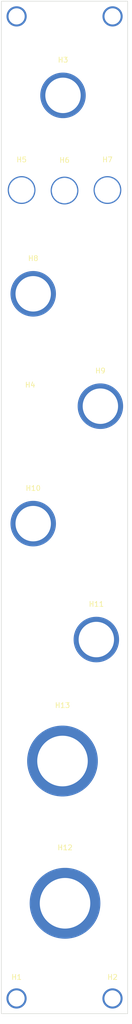
<source format=kicad_pcb>
(kicad_pcb (version 20171130) (host pcbnew "(5.1.5)-3")

  (general
    (thickness 1.6)
    (drawings 4)
    (tracks 0)
    (zones 0)
    (modules 13)
    (nets 2)
  )

  (page A4)
  (layers
    (0 F.Cu signal)
    (31 B.Cu signal)
    (32 B.Adhes user)
    (33 F.Adhes user)
    (34 B.Paste user)
    (35 F.Paste user)
    (36 B.SilkS user)
    (37 F.SilkS user)
    (38 B.Mask user)
    (39 F.Mask user)
    (40 Dwgs.User user)
    (41 Cmts.User user)
    (42 Eco1.User user)
    (43 Eco2.User user)
    (44 Edge.Cuts user)
    (45 Margin user)
    (46 B.CrtYd user)
    (47 F.CrtYd user)
    (48 B.Fab user)
    (49 F.Fab user)
  )

  (setup
    (last_trace_width 0.25)
    (trace_clearance 0.2)
    (zone_clearance 0.508)
    (zone_45_only no)
    (trace_min 0.2)
    (via_size 0.8)
    (via_drill 0.4)
    (via_min_size 0.4)
    (via_min_drill 0.3)
    (uvia_size 0.3)
    (uvia_drill 0.1)
    (uvias_allowed no)
    (uvia_min_size 0.2)
    (uvia_min_drill 0.1)
    (edge_width 0.1)
    (segment_width 0.2)
    (pcb_text_width 0.3)
    (pcb_text_size 1.5 1.5)
    (mod_edge_width 0.15)
    (mod_text_size 1 1)
    (mod_text_width 0.15)
    (pad_size 1.524 1.524)
    (pad_drill 0.762)
    (pad_to_mask_clearance 0)
    (aux_axis_origin 16.1 207.6)
    (grid_origin 16.1 207.6)
    (visible_elements FFFFFF7F)
    (pcbplotparams
      (layerselection 0x010fc_ffffffff)
      (usegerberextensions false)
      (usegerberattributes false)
      (usegerberadvancedattributes false)
      (creategerberjobfile false)
      (excludeedgelayer true)
      (linewidth 0.100000)
      (plotframeref false)
      (viasonmask false)
      (mode 1)
      (useauxorigin false)
      (hpglpennumber 1)
      (hpglpenspeed 20)
      (hpglpendiameter 15.000000)
      (psnegative false)
      (psa4output false)
      (plotreference true)
      (plotvalue true)
      (plotinvisibletext false)
      (padsonsilk false)
      (subtractmaskfromsilk false)
      (outputformat 1)
      (mirror false)
      (drillshape 1)
      (scaleselection 1)
      (outputdirectory ""))
  )

  (net 0 "")
  (net 1 GND)

  (net_class Default "Ceci est la Netclass par défaut."
    (clearance 0.2)
    (trace_width 0.25)
    (via_dia 0.8)
    (via_drill 0.4)
    (uvia_dia 0.3)
    (uvia_drill 0.1)
    (add_net GND)
  )

  (module Kosmo_panel:Kosmo_Jack_Hole (layer F.Cu) (tedit 5EC122B4) (tstamp 5F0B65E0)
    (at 28.2 157.7)
    (descr "Mounting Hole 6mm")
    (tags "mounting hole 6mm")
    (path /5F0CCB87)
    (attr virtual)
    (fp_text reference H13 (at 0 -11) (layer F.SilkS)
      (effects (font (size 1 1) (thickness 0.15)))
    )
    (fp_text value Jack_Hole (at 0 11) (layer F.Fab)
      (effects (font (size 1 1) (thickness 0.15)))
    )
    (fp_circle (center 0 0) (end 10 0) (layer F.CrtYd) (width 0.05))
    (fp_circle (center 0 0) (end 9.5 0) (layer Cmts.User) (width 0.15))
    (fp_text user %R (at 0.3 0) (layer F.Fab)
      (effects (font (size 1 1) (thickness 0.15)))
    )
    (pad 1 thru_hole circle (at 0 0) (size 14 14) (drill 10) (layers *.Cu *.Mask)
      (net 1 GND))
  )

  (module Kosmo_panel:Kosmo_Jack_Hole (layer F.Cu) (tedit 5EC122B4) (tstamp 5F0B65D8)
    (at 28.7 185.8)
    (descr "Mounting Hole 6mm")
    (tags "mounting hole 6mm")
    (path /5F0BCD70)
    (attr virtual)
    (fp_text reference H12 (at 0 -11) (layer F.SilkS)
      (effects (font (size 1 1) (thickness 0.15)))
    )
    (fp_text value Jack_Hole (at 0 11) (layer F.Fab)
      (effects (font (size 1 1) (thickness 0.15)))
    )
    (fp_circle (center 0 0) (end 10 0) (layer F.CrtYd) (width 0.05))
    (fp_circle (center 0 0) (end 9.5 0) (layer Cmts.User) (width 0.15))
    (fp_text user %R (at 0.3 0) (layer F.Fab)
      (effects (font (size 1 1) (thickness 0.15)))
    )
    (pad 1 thru_hole circle (at 0 0) (size 14 14) (drill 10) (layers *.Cu *.Mask)
      (net 1 GND))
  )

  (module Kosmo_panel:Kosmo_Pot_Hole (layer F.Cu) (tedit 5EC0A7AC) (tstamp 5F0B65D0)
    (at 34.9 133.7)
    (descr "Mounting Hole 6mm")
    (tags "mounting hole 6mm")
    (path /5F0C91A3)
    (attr virtual)
    (fp_text reference H11 (at 0 -7) (layer F.SilkS)
      (effects (font (size 1 1) (thickness 0.15)))
    )
    (fp_text value Pot_Hole (at 0 7) (layer F.Fab)
      (effects (font (size 1 1) (thickness 0.15)))
    )
    (fp_circle (center 0 0) (end 6.25 0) (layer F.CrtYd) (width 0.05))
    (fp_circle (center 0 0) (end 6 0) (layer Cmts.User) (width 0.15))
    (fp_text user %R (at 0.3 0) (layer F.Fab)
      (effects (font (size 1 1) (thickness 0.15)))
    )
    (pad 1 thru_hole circle (at 0 0) (size 9 9) (drill 7) (layers *.Cu *.Mask)
      (net 1 GND))
  )

  (module Kosmo_panel:Kosmo_Pot_Hole (layer F.Cu) (tedit 5EC0A7AC) (tstamp 5F0B65C8)
    (at 22.4 110.8)
    (descr "Mounting Hole 6mm")
    (tags "mounting hole 6mm")
    (path /5F0C7411)
    (attr virtual)
    (fp_text reference H10 (at 0 -7) (layer F.SilkS)
      (effects (font (size 1 1) (thickness 0.15)))
    )
    (fp_text value Pot_Hole (at 0 7) (layer F.Fab)
      (effects (font (size 1 1) (thickness 0.15)))
    )
    (fp_circle (center 0 0) (end 6.25 0) (layer F.CrtYd) (width 0.05))
    (fp_circle (center 0 0) (end 6 0) (layer Cmts.User) (width 0.15))
    (fp_text user %R (at 0.3 0) (layer F.Fab)
      (effects (font (size 1 1) (thickness 0.15)))
    )
    (pad 1 thru_hole circle (at 0 0) (size 9 9) (drill 7) (layers *.Cu *.Mask)
      (net 1 GND))
  )

  (module Kosmo_panel:Kosmo_Pot_Hole (layer F.Cu) (tedit 5EC0A7AC) (tstamp 5F0B65C0)
    (at 35.7 87.6)
    (descr "Mounting Hole 6mm")
    (tags "mounting hole 6mm")
    (path /5F0C9197)
    (attr virtual)
    (fp_text reference H9 (at 0 -7) (layer F.SilkS)
      (effects (font (size 1 1) (thickness 0.15)))
    )
    (fp_text value Pot_Hole (at 0 7) (layer F.Fab)
      (effects (font (size 1 1) (thickness 0.15)))
    )
    (fp_circle (center 0 0) (end 6.25 0) (layer F.CrtYd) (width 0.05))
    (fp_circle (center 0 0) (end 6 0) (layer Cmts.User) (width 0.15))
    (fp_text user %R (at 0.3 0) (layer F.Fab)
      (effects (font (size 1 1) (thickness 0.15)))
    )
    (pad 1 thru_hole circle (at 0 0) (size 9 9) (drill 7) (layers *.Cu *.Mask)
      (net 1 GND))
  )

  (module Kosmo_panel:Kosmo_Pot_Hole (layer F.Cu) (tedit 5EC0A7AC) (tstamp 5F0B65B8)
    (at 22.4 65.4)
    (descr "Mounting Hole 6mm")
    (tags "mounting hole 6mm")
    (path /5F0BE8D9)
    (attr virtual)
    (fp_text reference H8 (at 0 -7) (layer F.SilkS)
      (effects (font (size 1 1) (thickness 0.15)))
    )
    (fp_text value Pot_Hole (at 0 7) (layer F.Fab)
      (effects (font (size 1 1) (thickness 0.15)))
    )
    (fp_circle (center 0 0) (end 6.25 0) (layer F.CrtYd) (width 0.05))
    (fp_circle (center 0 0) (end 6 0) (layer Cmts.User) (width 0.15))
    (fp_text user %R (at 0.3 0) (layer F.Fab)
      (effects (font (size 1 1) (thickness 0.15)))
    )
    (pad 1 thru_hole circle (at 0 0) (size 9 9) (drill 7) (layers *.Cu *.Mask)
      (net 1 GND))
  )

  (module Kosmo_panel:Kosmo_LED_Hole (layer F.Cu) (tedit 5EC1235A) (tstamp 5F0B65B0)
    (at 37.1 44.9)
    (descr "Mounting Hole 6mm")
    (tags "mounting hole 6mm")
    (path /5F0CDC08)
    (attr virtual)
    (fp_text reference H7 (at 0 -6) (layer F.SilkS)
      (effects (font (size 1 1) (thickness 0.15)))
    )
    (fp_text value Led_Hole (at 0 6) (layer F.Fab)
      (effects (font (size 1 1) (thickness 0.15)))
    )
    (fp_circle (center 0 0) (end 4.25 0) (layer F.CrtYd) (width 0.05))
    (fp_circle (center 0 0) (end 4 0) (layer Cmts.User) (width 0.15))
    (fp_text user %R (at 0.3 0) (layer F.Fab)
      (effects (font (size 1 1) (thickness 0.15)))
    )
    (pad 1 thru_hole circle (at 0 0) (size 5.5 5.5) (drill 5) (layers *.Cu *.Mask))
  )

  (module Kosmo_panel:Kosmo_LED_Hole (layer F.Cu) (tedit 5EC1235A) (tstamp 5F0B65A8)
    (at 28.6 45)
    (descr "Mounting Hole 6mm")
    (tags "mounting hole 6mm")
    (path /5F0CD82B)
    (attr virtual)
    (fp_text reference H6 (at 0 -6) (layer F.SilkS)
      (effects (font (size 1 1) (thickness 0.15)))
    )
    (fp_text value Led_Hole (at 0 6) (layer F.Fab)
      (effects (font (size 1 1) (thickness 0.15)))
    )
    (fp_circle (center 0 0) (end 4.25 0) (layer F.CrtYd) (width 0.05))
    (fp_circle (center 0 0) (end 4 0) (layer Cmts.User) (width 0.15))
    (fp_text user %R (at 0.3 0) (layer F.Fab)
      (effects (font (size 1 1) (thickness 0.15)))
    )
    (pad 1 thru_hole circle (at 0 0) (size 5.5 5.5) (drill 5) (layers *.Cu *.Mask))
  )

  (module Kosmo_panel:Kosmo_LED_Hole (layer F.Cu) (tedit 5EC1235A) (tstamp 5F0B677B)
    (at 20.1 44.9)
    (descr "Mounting Hole 6mm")
    (tags "mounting hole 6mm")
    (path /5F0BD9D5)
    (attr virtual)
    (fp_text reference H5 (at 0 -6) (layer F.SilkS)
      (effects (font (size 1 1) (thickness 0.15)))
    )
    (fp_text value Led_Hole (at 0 6) (layer F.Fab)
      (effects (font (size 1 1) (thickness 0.15)))
    )
    (fp_circle (center 0 0) (end 4.25 0) (layer F.CrtYd) (width 0.05))
    (fp_circle (center 0 0) (end 4 0) (layer Cmts.User) (width 0.15))
    (fp_text user %R (at 0.3 0) (layer F.Fab)
      (effects (font (size 1 1) (thickness 0.15)))
    )
    (pad 1 thru_hole circle (at 0 0) (size 5.5 5.5) (drill 5) (layers *.Cu *.Mask))
  )

  (module Kosmo_panel:Kosmo_Trimmer_Pot_Hole (layer F.Cu) (tedit 5EC12334) (tstamp 5F0B6598)
    (at 21.8 86.9)
    (descr "Mounting Hole 2.5mm, no annular")
    (tags "mounting hole 2.5mm no annular")
    (path /5F0BFE6D)
    (attr virtual)
    (fp_text reference H4 (at 0 -3.5) (layer F.SilkS)
      (effects (font (size 1 1) (thickness 0.15)))
    )
    (fp_text value Trimmer_Hole (at 0 3.5) (layer F.Fab)
      (effects (font (size 1 1) (thickness 0.15)))
    )
    (fp_circle (center 0 0) (end 2.25 0) (layer F.CrtYd) (width 0.05))
    (fp_circle (center 0 0) (end 2 0) (layer Cmts.User) (width 0.15))
    (fp_text user %R (at 0.3 0) (layer F.Fab)
      (effects (font (size 1 1) (thickness 0.15)))
    )
    (pad "" np_thru_hole circle (at 0 0) (size 2.5 2.5) (drill 2.5) (layers *.Cu *.Mask))
  )

  (module Kosmo_panel:Kosmo_Switch_Hole (layer F.Cu) (tedit 5EC0A7AC) (tstamp 5F0B6590)
    (at 28.3 26.2)
    (descr "Mounting Hole 6mm")
    (tags "mounting hole 6mm")
    (path /5F0BF34F)
    (attr virtual)
    (fp_text reference H3 (at 0 -7) (layer F.SilkS)
      (effects (font (size 1 1) (thickness 0.15)))
    )
    (fp_text value Switch_Hole (at 0 7) (layer F.Fab)
      (effects (font (size 1 1) (thickness 0.15)))
    )
    (fp_circle (center 0 0) (end 6.25 0) (layer F.CrtYd) (width 0.05))
    (fp_circle (center 0 0) (end 6 0) (layer Cmts.User) (width 0.15))
    (fp_text user %R (at 0.3 0) (layer F.Fab)
      (effects (font (size 1 1) (thickness 0.15)))
    )
    (pad 1 thru_hole circle (at 0 0) (size 9 9) (drill 7) (layers *.Cu *.Mask)
      (net 1 GND))
  )

  (module Kosmo_panel:Kosmo_Panel_Dual_Mounting_Holes locked (layer F.Cu) (tedit 5F0B1028) (tstamp 5F0B6588)
    (at 38.1 204.6)
    (descr "Mounting Hole 3.2mm, M3")
    (tags "mounting hole 3.2mm m3")
    (path /5F0B8330)
    (attr virtual)
    (fp_text reference H2 (at 0 -4.2) (layer F.SilkS)
      (effects (font (size 1 1) (thickness 0.15)))
    )
    (fp_text value Panel (at 0 4.2) (layer F.Fab)
      (effects (font (size 1 1) (thickness 0.15)))
    )
    (fp_circle (center 0.0254 -193.9671) (end 3.2754 -193.9671) (layer F.CrtYd) (width 0.05))
    (fp_circle (center 0.0254 -193.9671) (end 3.0254 -193.9671) (layer Cmts.User) (width 0.15))
    (fp_text user %R (at 0.3127 -193.8782) (layer F.Fab)
      (effects (font (size 1 1) (thickness 0.15)))
    )
    (fp_text user %R (at 0.3 0) (layer F.Fab)
      (effects (font (size 1 1) (thickness 0.15)))
    )
    (fp_circle (center 0 0) (end 3 0) (layer Cmts.User) (width 0.15))
    (fp_circle (center 0 0) (end 3.25 0) (layer F.CrtYd) (width 0.05))
    (pad 1 thru_hole circle (at 0.0127 -194.0052) (size 4 4) (drill 3.2) (layers *.Cu *.Mask)
      (net 1 GND))
    (pad 1 thru_hole circle (at 0 0) (size 4 4) (drill 3.2) (layers *.Cu *.Mask)
      (net 1 GND))
  )

  (module Kosmo_panel:Kosmo_Panel_Dual_Mounting_Holes locked (layer F.Cu) (tedit 5F0B1028) (tstamp 5F0B670C)
    (at 19.1 204.6)
    (descr "Mounting Hole 3.2mm, M3")
    (tags "mounting hole 3.2mm m3")
    (path /5F0B50B1)
    (attr virtual)
    (fp_text reference H1 (at 0 -4.2) (layer F.SilkS)
      (effects (font (size 1 1) (thickness 0.15)))
    )
    (fp_text value Panel (at 0 4.2) (layer F.Fab)
      (effects (font (size 1 1) (thickness 0.15)))
    )
    (fp_circle (center 0.0254 -193.9671) (end 3.2754 -193.9671) (layer F.CrtYd) (width 0.05))
    (fp_circle (center 0.0254 -193.9671) (end 3.0254 -193.9671) (layer Cmts.User) (width 0.15))
    (fp_text user %R (at 0.3127 -193.8782) (layer F.Fab)
      (effects (font (size 1 1) (thickness 0.15)))
    )
    (fp_text user %R (at 0.3 0) (layer F.Fab)
      (effects (font (size 1 1) (thickness 0.15)))
    )
    (fp_circle (center 0 0) (end 3 0) (layer Cmts.User) (width 0.15))
    (fp_circle (center 0 0) (end 3.25 0) (layer F.CrtYd) (width 0.05))
    (pad 1 thru_hole circle (at 0.0127 -194.0052) (size 4 4) (drill 3.2) (layers *.Cu *.Mask)
      (net 1 GND))
    (pad 1 thru_hole circle (at 0 0) (size 4 4) (drill 3.2) (layers *.Cu *.Mask)
      (net 1 GND))
  )

  (gr_line (start 41.1 7.6) (end 16.1 7.6) (layer Edge.Cuts) (width 0.1) (tstamp 5F0B66BA))
  (gr_line (start 41.1 207.6) (end 41.1 7.6) (layer Edge.Cuts) (width 0.1))
  (gr_line (start 16.1 207.6) (end 41.1 207.6) (layer Edge.Cuts) (width 0.1))
  (gr_line (start 16.1 7.6) (end 16.1 207.6) (layer Edge.Cuts) (width 0.1))

)

</source>
